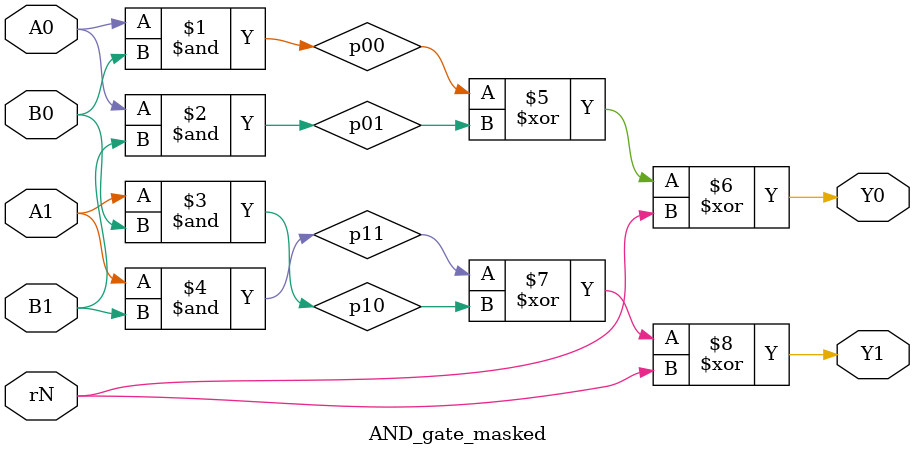
<source format=v>
module AND_gate_masked (
    input  wire A0,
    input  wire A1,
    input  wire B0,
    input  wire B1,
    input  wire rN,
    output wire Y0,
    output wire Y1
);

    wire p00, p01, p10, p11;

    assign p00 = A0 & B0;
    assign p01 = A0 & B1;
    assign p10 = A1 & B0;
    assign p11 = A1 & B1;

    assign Y0 = p00 ^ p01 ^ rN;
    assign Y1 = p11 ^ p10 ^ rN;

endmodule

</source>
